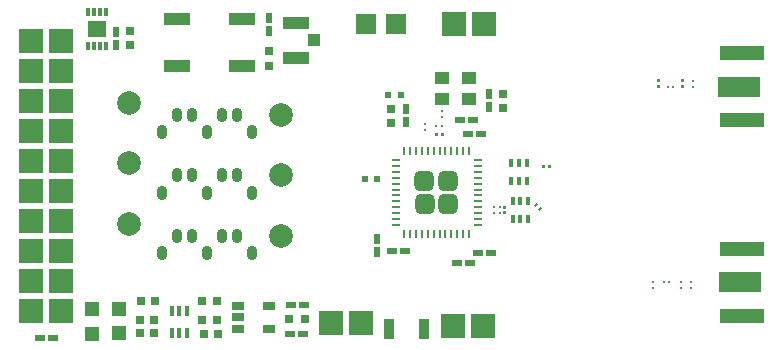
<source format=gtp>
%FSLAX43Y43*%
%MOMM*%
G71*
G01*
G75*
G04 Layer_Color=8421504*
%ADD10R,3.600X1.800*%
%ADD11R,0.800X0.650*%
%ADD12R,0.650X0.800*%
%ADD13R,0.282X0.205*%
%ADD14R,0.205X0.282*%
%ADD15R,1.200X1.200*%
%ADD16R,0.900X0.600*%
%ADD17R,0.600X0.900*%
%ADD18R,0.350X0.350*%
%ADD19R,0.350X0.350*%
G04:AMPARAMS|DCode=20|XSize=0.205mm|YSize=0.282mm|CornerRadius=0mm|HoleSize=0mm|Usage=FLASHONLY|Rotation=315.000|XOffset=0mm|YOffset=0mm|HoleType=Round|Shape=Rectangle|*
%AMROTATEDRECTD20*
4,1,4,-0.172,-0.027,0.027,0.172,0.172,0.027,-0.027,-0.172,-0.172,-0.027,0.0*
%
%ADD20ROTATEDRECTD20*%

%ADD21R,0.350X0.700*%
%ADD22R,0.600X0.600*%
%ADD23R,0.950X1.750*%
%ADD24R,0.600X0.500*%
%ADD25R,0.762X0.762*%
%ADD26R,0.350X0.850*%
%ADD27R,1.100X0.700*%
%ADD28O,0.700X0.250*%
%ADD29O,0.250X0.700*%
%ADD30R,4.700X4.700*%
%ADD31R,1.600X1.400*%
%ADD32R,0.300X0.700*%
%ADD33R,1.300X1.100*%
%ADD34R,2.250X1.000*%
%ADD35R,2.200X1.050*%
%ADD36R,1.050X1.000*%
%ADD37R,1.200X3.200*%
%ADD38R,3.000X3.000*%
%ADD39R,3.200X1.200*%
%ADD40C,0.300*%
%ADD41C,0.254*%
%ADD42C,0.150*%
%ADD43C,0.203*%
%ADD44C,0.175*%
%ADD45C,0.152*%
%ADD46C,0.200*%
%ADD47C,0.400*%
%ADD48C,0.195*%
%ADD49C,0.170*%
%ADD50C,0.210*%
%ADD51C,0.190*%
%ADD52C,0.350*%
%ADD53R,1.547X1.240*%
%ADD54R,0.920X0.400*%
%ADD55R,0.920X0.400*%
%ADD56R,0.900X0.400*%
%ADD57R,0.002X0.195*%
%ADD58R,0.000X0.195*%
%ADD59R,0.486X1.169*%
%ADD60R,0.729X0.544*%
%ADD61R,0.428X1.195*%
%ADD62R,0.643X0.715*%
%ADD63C,2.000*%
%ADD64O,0.900X1.200*%
%ADD65O,0.900X1.250*%
%ADD66C,1.700*%
%ADD67R,4.200X1.350*%
%ADD68R,1.700X1.700*%
%ADD69C,1.800*%
%ADD70R,1.800X1.800*%
%ADD71C,0.550*%
%ADD72C,0.350*%
%ADD73C,0.800*%
%ADD74C,0.737*%
%ADD75C,0.250*%
%ADD76C,0.100*%
%ADD77C,0.102*%
%ADD78R,0.875X0.550*%
%ADD79R,1.750X1.750*%
%ADD80R,2.100X2.100*%
G04:AMPARAMS|DCode=81|XSize=1.65mm|YSize=1.65mm|CornerRadius=0.412mm|HoleSize=0mm|Usage=FLASHONLY|Rotation=0.000|XOffset=0mm|YOffset=0mm|HoleType=Round|Shape=RoundedRectangle|*
%AMROUNDEDRECTD81*
21,1,1.650,0.825,0,0,0.0*
21,1,0.825,1.650,0,0,0.0*
1,1,0.825,0.412,-0.412*
1,1,0.825,-0.412,-0.412*
1,1,0.825,-0.412,0.412*
1,1,0.825,0.412,0.412*
%
%ADD81ROUNDEDRECTD81*%
%ADD82R,2.100X2.100*%
%ADD83R,3.850X1.150*%
%ADD84R,3.599X1.806*%
%ADD85R,3.603X1.802*%
%ADD86R,1.550X1.350*%
G36*
X46542Y15652D02*
X46292D01*
Y15902D01*
X46542D01*
Y15652D01*
D02*
G37*
G36*
X36960Y18403D02*
X36710D01*
Y18653D01*
X36960D01*
Y18403D01*
D02*
G37*
G36*
X46042Y15652D02*
X45792D01*
Y15902D01*
X46042D01*
Y15652D01*
D02*
G37*
G36*
X42774Y11746D02*
X42524D01*
Y11996D01*
X42774D01*
Y11746D01*
D02*
G37*
G36*
Y12246D02*
X42524D01*
Y12496D01*
X42774D01*
Y12246D01*
D02*
G37*
G36*
X55809Y22921D02*
X55559D01*
Y23171D01*
X55809D01*
Y22921D01*
D02*
G37*
G36*
X57804D02*
X57554D01*
Y23171D01*
X57804D01*
Y22921D01*
D02*
G37*
G36*
Y22421D02*
X57554D01*
Y22671D01*
X57804D01*
Y22421D01*
D02*
G37*
G36*
X37460Y18403D02*
X37210D01*
Y18653D01*
X37460D01*
Y18403D01*
D02*
G37*
G36*
X55809Y22421D02*
X55559D01*
Y22671D01*
X55809D01*
Y22421D01*
D02*
G37*
D11*
X17030Y2789D02*
D03*
X18230D02*
D03*
X11772Y2793D02*
D03*
X12972D02*
D03*
X11810Y4395D02*
D03*
X13010D02*
D03*
X11767Y1686D02*
D03*
X12967D02*
D03*
X18373Y1637D02*
D03*
X17173D02*
D03*
X17030Y4434D02*
D03*
X18230D02*
D03*
D12*
X32980Y19497D02*
D03*
Y20697D02*
D03*
X22633Y25556D02*
D03*
Y24356D02*
D03*
X42446Y21953D02*
D03*
Y20753D02*
D03*
X10875Y26065D02*
D03*
Y27265D02*
D03*
D13*
X58596Y22558D02*
D03*
Y23033D02*
D03*
X58441Y6002D02*
D03*
Y5528D02*
D03*
X35854Y19376D02*
D03*
Y18902D02*
D03*
X55191Y5529D02*
D03*
Y6003D02*
D03*
X57557Y5528D02*
D03*
Y6002D02*
D03*
X37300Y19988D02*
D03*
Y20462D02*
D03*
D14*
X56906Y22558D02*
D03*
X56432D02*
D03*
X56574Y5999D02*
D03*
X56100D02*
D03*
X42203Y11854D02*
D03*
X41729D02*
D03*
X42204Y12388D02*
D03*
X41730D02*
D03*
X37314Y19232D02*
D03*
X36839D02*
D03*
D15*
X9962Y1682D02*
D03*
Y3782D02*
D03*
X7720Y1646D02*
D03*
Y3746D02*
D03*
D16*
X41484Y8458D02*
D03*
X40384D02*
D03*
X39657Y7598D02*
D03*
X38557D02*
D03*
X33054Y8649D02*
D03*
X34154D02*
D03*
X39953Y19739D02*
D03*
X38853D02*
D03*
X24503Y4079D02*
D03*
X25603D02*
D03*
X24458Y1664D02*
D03*
X25558D02*
D03*
X4350Y1275D02*
D03*
X3250D02*
D03*
X40646Y18588D02*
D03*
X39546D02*
D03*
D17*
X31846Y8542D02*
D03*
Y9642D02*
D03*
X34252Y20661D02*
D03*
Y19561D02*
D03*
X41263Y20864D02*
D03*
Y21964D02*
D03*
X22667Y27290D02*
D03*
Y28390D02*
D03*
X9750Y27215D02*
D03*
Y26115D02*
D03*
D20*
X45644Y12182D02*
D03*
X45308Y12518D02*
D03*
D21*
X44482Y16103D02*
D03*
X43832D02*
D03*
X43182D02*
D03*
X44482Y14603D02*
D03*
X43832D02*
D03*
X43182D02*
D03*
X44602Y12869D02*
D03*
X43952D02*
D03*
X43302D02*
D03*
X44602Y11369D02*
D03*
X43952D02*
D03*
X43302D02*
D03*
D22*
X30782Y14735D02*
D03*
X31782D02*
D03*
D23*
X32854Y2088D02*
D03*
X35804D02*
D03*
D24*
X32787Y21848D02*
D03*
X33837Y21848D02*
D03*
D25*
X25749Y2885D02*
D03*
X24352D02*
D03*
D26*
X15739Y3587D02*
D03*
X15089D02*
D03*
X14439D02*
D03*
Y1737D02*
D03*
X15089D02*
D03*
X15739D02*
D03*
D27*
X20049Y3985D02*
D03*
Y3035D02*
D03*
Y2085D02*
D03*
X22649D02*
D03*
Y3985D02*
D03*
D28*
X33387Y10855D02*
D03*
Y11355D02*
D03*
Y11855D02*
D03*
Y12355D02*
D03*
Y12855D02*
D03*
Y13355D02*
D03*
Y13855D02*
D03*
Y14355D02*
D03*
Y14855D02*
D03*
Y15355D02*
D03*
Y15855D02*
D03*
Y16355D02*
D03*
X40337D02*
D03*
Y15855D02*
D03*
Y15355D02*
D03*
Y14855D02*
D03*
Y14355D02*
D03*
Y13855D02*
D03*
Y13355D02*
D03*
Y12855D02*
D03*
Y12355D02*
D03*
Y11855D02*
D03*
Y11355D02*
D03*
Y10855D02*
D03*
D29*
X34112Y10130D02*
D03*
X34612D02*
D03*
X35112D02*
D03*
X35612D02*
D03*
X36112D02*
D03*
X36612D02*
D03*
X37112D02*
D03*
X37612D02*
D03*
X38112D02*
D03*
X38612D02*
D03*
X39112D02*
D03*
X39612D02*
D03*
X34112Y17080D02*
D03*
X34612D02*
D03*
X35112D02*
D03*
X35612D02*
D03*
X36112D02*
D03*
X36612D02*
D03*
X37112D02*
D03*
X37612D02*
D03*
X38112D02*
D03*
X38612D02*
D03*
X39112D02*
D03*
X39612D02*
D03*
D32*
X8850Y28865D02*
D03*
X8350D02*
D03*
X7850D02*
D03*
X7350D02*
D03*
Y25965D02*
D03*
X7850D02*
D03*
X8350D02*
D03*
X8850D02*
D03*
D33*
X39607Y21494D02*
D03*
X37307D02*
D03*
Y23294D02*
D03*
X39607D02*
D03*
D34*
X14925Y28297D02*
D03*
X20425D02*
D03*
Y24297D02*
D03*
X14925D02*
D03*
D35*
X24973Y27948D02*
D03*
Y24998D02*
D03*
D36*
X26498Y26473D02*
D03*
D63*
X10843Y16096D02*
D03*
X23673Y15096D02*
D03*
X10843Y10950D02*
D03*
X23673Y9950D02*
D03*
X10843Y21192D02*
D03*
X23673Y20192D02*
D03*
D64*
X13593Y13596D02*
D03*
X14863Y15096D02*
D03*
X16133D02*
D03*
X17403Y13596D02*
D03*
X18673Y15096D02*
D03*
X19943D02*
D03*
X21213Y13596D02*
D03*
X13593Y8450D02*
D03*
X14863Y9950D02*
D03*
X16133D02*
D03*
X17403Y8450D02*
D03*
X18673Y9950D02*
D03*
X19943D02*
D03*
X21213Y8450D02*
D03*
X13593Y18692D02*
D03*
X14863Y20192D02*
D03*
X16133D02*
D03*
X17403Y18692D02*
D03*
X18673Y20192D02*
D03*
X19943D02*
D03*
X21213Y18692D02*
D03*
D79*
X30873Y27910D02*
D03*
X33413D02*
D03*
D80*
X38329D02*
D03*
X40869D02*
D03*
X40812Y2335D02*
D03*
X38272D02*
D03*
X30471Y2582D02*
D03*
X27931D02*
D03*
D81*
X37862Y12605D02*
D03*
Y14605D02*
D03*
X35837Y14580D02*
D03*
X35862Y12605D02*
D03*
D82*
X5070Y3570D02*
D03*
Y6110D02*
D03*
X2530Y3570D02*
D03*
Y6110D02*
D03*
Y8650D02*
D03*
X5070D02*
D03*
Y11190D02*
D03*
X2530D02*
D03*
X5070Y13730D02*
D03*
X2530D02*
D03*
Y16270D02*
D03*
X5070D02*
D03*
Y18810D02*
D03*
X2530D02*
D03*
Y21350D02*
D03*
X5070D02*
D03*
Y23890D02*
D03*
X2530D02*
D03*
Y26430D02*
D03*
X5070D02*
D03*
D83*
X62727Y25383D02*
D03*
X62727Y19733D02*
D03*
X62751Y8825D02*
D03*
Y3175D02*
D03*
D84*
X62526Y6003D02*
D03*
D85*
X62501Y22559D02*
D03*
D86*
X8100Y27415D02*
D03*
M02*

</source>
